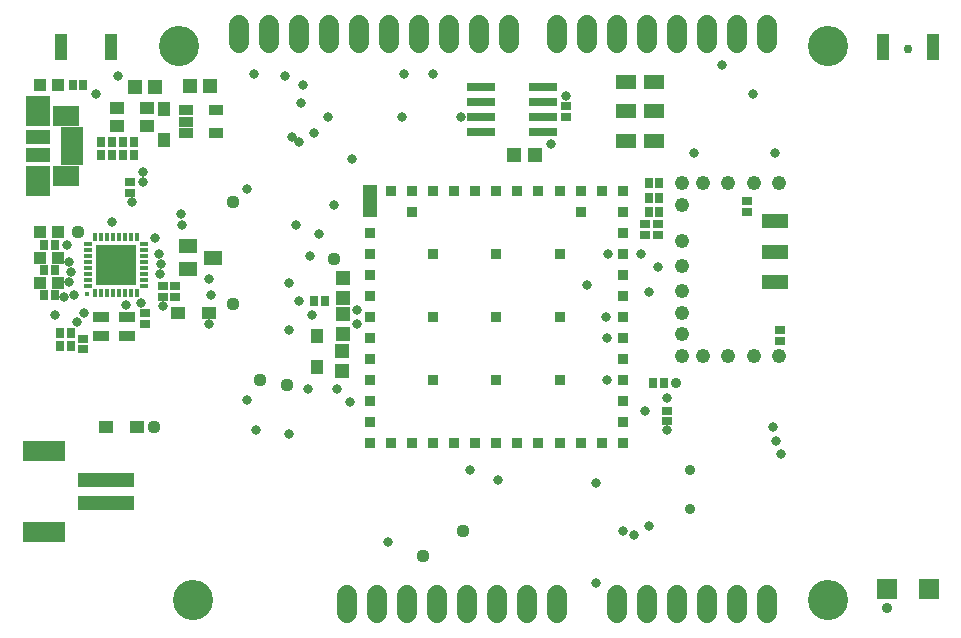
<source format=gts>
G75*
%MOIN*%
%OFA0B0*%
%FSLAX25Y25*%
%IPPOS*%
%LPD*%
%AMOC8*
5,1,8,0,0,1.08239X$1,22.5*
%
%ADD10R,0.08674X0.05131*%
%ADD11R,0.05131X0.04737*%
%ADD12R,0.02600X0.03800*%
%ADD13R,0.03800X0.02600*%
%ADD14R,0.04619X0.10603*%
%ADD15R,0.03595X0.03595*%
%ADD16R,0.04737X0.05131*%
%ADD17R,0.04698X0.03517*%
%ADD18R,0.03950X0.03950*%
%ADD19R,0.03950X0.04737*%
%ADD20R,0.03950X0.08674*%
%ADD21C,0.06737*%
%ADD22C,0.13398*%
%ADD23R,0.13780X0.13780*%
%ADD24R,0.01378X0.02953*%
%ADD25R,0.02953X0.01378*%
%ADD26R,0.01784X0.01784*%
%ADD27R,0.05800X0.03300*%
%ADD28R,0.07493X0.02572*%
%ADD29R,0.09068X0.06607*%
%ADD30R,0.08280X0.10150*%
%ADD31R,0.08268X0.04528*%
%ADD32R,0.04737X0.03950*%
%ADD33R,0.06312X0.04737*%
%ADD34R,0.06706X0.06706*%
%ADD35R,0.09461X0.03162*%
%ADD36R,0.18910X0.04737*%
%ADD37R,0.14186X0.07099*%
%ADD38R,0.07099X0.04737*%
%ADD39C,0.03200*%
%ADD40C,0.04000*%
%ADD41C,0.04400*%
%ADD42C,0.03000*%
%ADD43C,0.04762*%
%ADD44C,0.03600*%
D10*
X0279848Y0133561D03*
X0279848Y0143600D03*
X0279848Y0153639D03*
D11*
X0135648Y0134822D03*
X0135648Y0128129D03*
X0135598Y0122846D03*
X0135598Y0116154D03*
X0135548Y0110546D03*
X0135548Y0103854D03*
D12*
X0129648Y0127200D03*
X0126048Y0127200D03*
X0066048Y0175800D03*
X0062448Y0175800D03*
X0058848Y0175800D03*
X0055248Y0175800D03*
X0055248Y0180000D03*
X0058848Y0180000D03*
X0062448Y0180000D03*
X0066048Y0180000D03*
X0049248Y0199000D03*
X0045648Y0199000D03*
X0039648Y0145800D03*
X0036048Y0145800D03*
X0036048Y0137400D03*
X0039648Y0137400D03*
X0039648Y0129000D03*
X0036048Y0129000D03*
X0041448Y0116400D03*
X0045048Y0116400D03*
X0045048Y0112200D03*
X0041448Y0112200D03*
X0237648Y0156800D03*
X0241248Y0156800D03*
X0241248Y0161600D03*
X0237648Y0161600D03*
X0237648Y0166400D03*
X0241248Y0166400D03*
X0242698Y0099775D03*
X0239098Y0099775D03*
D13*
X0243648Y0090600D03*
X0243648Y0087000D03*
X0281448Y0113800D03*
X0281448Y0117400D03*
X0240711Y0149200D03*
X0236448Y0149200D03*
X0236448Y0152800D03*
X0240711Y0152800D03*
X0270448Y0156800D03*
X0270448Y0160400D03*
X0210048Y0188400D03*
X0210048Y0192000D03*
X0079848Y0132000D03*
X0079848Y0128400D03*
X0075648Y0128400D03*
X0075648Y0132000D03*
X0069648Y0123000D03*
X0069648Y0119400D03*
X0049248Y0114600D03*
X0049248Y0111000D03*
X0064848Y0163200D03*
X0064848Y0166800D03*
D14*
X0144848Y0160400D03*
D15*
X0151856Y0163904D03*
X0158864Y0163904D03*
X0165872Y0163904D03*
X0172879Y0163904D03*
X0179887Y0163904D03*
X0186895Y0163904D03*
X0193903Y0163904D03*
X0200911Y0163904D03*
X0207919Y0163904D03*
X0214927Y0163904D03*
X0221935Y0163904D03*
X0228942Y0163904D03*
X0228942Y0156896D03*
X0228942Y0149888D03*
X0228942Y0142880D03*
X0228942Y0135872D03*
X0228942Y0128865D03*
X0228942Y0121857D03*
X0228942Y0114849D03*
X0228942Y0107841D03*
X0228942Y0100833D03*
X0228942Y0093825D03*
X0228942Y0086817D03*
X0228942Y0079809D03*
X0221935Y0079809D03*
X0214927Y0079809D03*
X0207919Y0079809D03*
X0200911Y0079809D03*
X0193903Y0079809D03*
X0186895Y0079809D03*
X0179887Y0079809D03*
X0172879Y0079809D03*
X0165872Y0079809D03*
X0158864Y0079809D03*
X0151856Y0079809D03*
X0144848Y0079809D03*
X0144848Y0086817D03*
X0144848Y0093825D03*
X0144848Y0100833D03*
X0144848Y0107841D03*
X0144848Y0114849D03*
X0144848Y0121857D03*
X0144848Y0128865D03*
X0144848Y0135872D03*
X0144848Y0142880D03*
X0144848Y0149888D03*
X0158864Y0156896D03*
X0165872Y0142880D03*
X0186895Y0142880D03*
X0207919Y0142880D03*
X0214927Y0156896D03*
X0207919Y0121857D03*
X0186895Y0121857D03*
X0165872Y0121857D03*
X0165872Y0100833D03*
X0186895Y0100833D03*
X0207919Y0100833D03*
D16*
X0199594Y0175800D03*
X0192901Y0175800D03*
X0091294Y0198700D03*
X0084601Y0198700D03*
X0072994Y0198600D03*
X0066301Y0198600D03*
D17*
X0083269Y0190640D03*
X0083269Y0186900D03*
X0083269Y0183160D03*
X0093466Y0183160D03*
X0093466Y0190640D03*
D18*
X0040801Y0199000D03*
X0034895Y0199000D03*
X0034895Y0150000D03*
X0040801Y0150000D03*
X0040801Y0141600D03*
X0034895Y0141600D03*
X0034895Y0133200D03*
X0040801Y0133200D03*
D19*
X0076248Y0180882D03*
X0076248Y0191118D03*
X0127248Y0115518D03*
X0127248Y0105282D03*
D20*
X0058416Y0211800D03*
X0041880Y0211800D03*
X0315780Y0211800D03*
X0332316Y0211800D03*
D21*
X0277048Y0213231D02*
X0277048Y0219169D01*
X0267048Y0219169D02*
X0267048Y0213231D01*
X0257048Y0213231D02*
X0257048Y0219169D01*
X0247048Y0219169D02*
X0247048Y0213231D01*
X0237048Y0213231D02*
X0237048Y0219169D01*
X0227048Y0219169D02*
X0227048Y0213231D01*
X0217048Y0213231D02*
X0217048Y0219169D01*
X0207048Y0219169D02*
X0207048Y0213231D01*
X0191048Y0213231D02*
X0191048Y0219169D01*
X0181048Y0219169D02*
X0181048Y0213231D01*
X0171048Y0213231D02*
X0171048Y0219169D01*
X0161048Y0219169D02*
X0161048Y0213231D01*
X0151048Y0213231D02*
X0151048Y0219169D01*
X0141048Y0219169D02*
X0141048Y0213231D01*
X0131048Y0213231D02*
X0131048Y0219169D01*
X0121048Y0219169D02*
X0121048Y0213231D01*
X0111048Y0213231D02*
X0111048Y0219169D01*
X0101048Y0219169D02*
X0101048Y0213231D01*
X0137048Y0029169D02*
X0137048Y0023231D01*
X0147048Y0023231D02*
X0147048Y0029169D01*
X0157048Y0029169D02*
X0157048Y0023231D01*
X0167048Y0023231D02*
X0167048Y0029169D01*
X0177048Y0029169D02*
X0177048Y0023231D01*
X0187048Y0023231D02*
X0187048Y0029169D01*
X0197048Y0029169D02*
X0197048Y0023231D01*
X0207048Y0023231D02*
X0207048Y0029169D01*
X0227048Y0029169D02*
X0227048Y0023231D01*
X0237048Y0023231D02*
X0237048Y0029169D01*
X0247048Y0029169D02*
X0247048Y0023231D01*
X0257048Y0023231D02*
X0257048Y0029169D01*
X0267048Y0029169D02*
X0267048Y0023231D01*
X0277048Y0023231D02*
X0277048Y0029169D01*
D22*
X0297348Y0027300D03*
X0085898Y0027300D03*
X0081098Y0212100D03*
X0297348Y0212100D03*
D23*
X0060048Y0139100D03*
D24*
X0061032Y0129848D03*
X0059064Y0129848D03*
X0057095Y0129848D03*
X0055127Y0129848D03*
X0053158Y0129848D03*
X0063001Y0129848D03*
X0064969Y0129848D03*
X0066938Y0129848D03*
X0066938Y0148352D03*
X0064969Y0148352D03*
X0063001Y0148352D03*
X0061032Y0148352D03*
X0059064Y0148352D03*
X0057095Y0148352D03*
X0055127Y0148352D03*
X0053158Y0148352D03*
D25*
X0050796Y0145990D03*
X0050796Y0144021D03*
X0050796Y0142053D03*
X0050796Y0140084D03*
X0050796Y0138116D03*
X0050796Y0136147D03*
X0050796Y0134179D03*
X0050796Y0132210D03*
X0069300Y0132210D03*
X0069300Y0134179D03*
X0069300Y0136147D03*
X0069300Y0138116D03*
X0069300Y0140084D03*
X0069300Y0142053D03*
X0069300Y0144021D03*
X0069300Y0145990D03*
D26*
X0050540Y0129592D03*
D27*
X0055148Y0121900D03*
X0063748Y0121900D03*
X0063748Y0115300D03*
X0055148Y0115300D03*
D28*
X0045272Y0173682D03*
X0045272Y0176241D03*
X0045272Y0178800D03*
X0045272Y0181359D03*
X0045272Y0183918D03*
D29*
X0043303Y0188643D03*
X0043303Y0168957D03*
D30*
X0034248Y0167186D03*
X0034248Y0190414D03*
D31*
X0034248Y0181851D03*
X0034248Y0175749D03*
D32*
X0060330Y0185400D03*
X0060330Y0191400D03*
X0070566Y0191400D03*
X0070566Y0185400D03*
X0080730Y0123000D03*
X0090966Y0123000D03*
X0066966Y0085200D03*
X0056730Y0085200D03*
D33*
X0083917Y0137860D03*
X0092579Y0141600D03*
X0083917Y0145340D03*
D34*
X0317158Y0030975D03*
X0330938Y0030975D03*
D35*
X0202284Y0183300D03*
X0202284Y0188300D03*
X0202284Y0193300D03*
X0202284Y0198300D03*
X0181812Y0198300D03*
X0181812Y0193300D03*
X0181812Y0188300D03*
X0181812Y0183300D03*
D36*
X0056615Y0067537D03*
X0056615Y0059663D03*
D37*
X0036142Y0050214D03*
X0036142Y0076986D03*
D38*
X0229999Y0180600D03*
X0239448Y0180600D03*
X0239448Y0190443D03*
X0229999Y0190443D03*
X0229999Y0200285D03*
X0239448Y0200285D03*
D39*
X0262248Y0205800D03*
X0272448Y0196200D03*
X0279648Y0176400D03*
X0252648Y0176400D03*
X0210048Y0195600D03*
X0205248Y0179400D03*
X0175248Y0188400D03*
X0165648Y0202800D03*
X0156048Y0202800D03*
X0155448Y0188400D03*
X0138648Y0174600D03*
X0126048Y0183000D03*
X0121248Y0180000D03*
X0118848Y0181800D03*
X0130848Y0188400D03*
X0121848Y0193200D03*
X0122448Y0199200D03*
X0116448Y0202200D03*
X0106248Y0202800D03*
X0060648Y0202200D03*
X0053448Y0196200D03*
X0069071Y0170181D03*
X0069048Y0166800D03*
X0065448Y0160200D03*
X0058848Y0153600D03*
X0073248Y0148200D03*
X0074448Y0142800D03*
X0074982Y0139355D03*
X0074808Y0136200D03*
X0068356Y0126322D03*
X0063249Y0125843D03*
X0075648Y0125400D03*
X0091848Y0129000D03*
X0091248Y0134400D03*
X0091248Y0119400D03*
X0117648Y0117600D03*
X0125448Y0122400D03*
X0121248Y0127200D03*
X0117648Y0133200D03*
X0124848Y0142200D03*
X0127848Y0149400D03*
X0120048Y0152400D03*
X0132648Y0159000D03*
X0103848Y0164400D03*
X0081648Y0156000D03*
X0082248Y0152400D03*
X0043848Y0145800D03*
X0044448Y0139995D03*
X0045071Y0136731D03*
X0044555Y0133523D03*
X0046230Y0129203D03*
X0042771Y0128569D03*
X0039648Y0122400D03*
X0047238Y0120259D03*
X0049276Y0123006D03*
X0103848Y0094200D03*
X0106848Y0084000D03*
X0117648Y0082800D03*
X0138048Y0093600D03*
X0133848Y0097800D03*
X0124248Y0097800D03*
X0140448Y0119400D03*
X0140448Y0124200D03*
X0217248Y0132600D03*
X0223448Y0121800D03*
X0223648Y0114800D03*
X0223848Y0100800D03*
X0236448Y0090600D03*
X0243648Y0094800D03*
X0243648Y0084000D03*
X0220248Y0066600D03*
X0229248Y0050400D03*
X0232848Y0049200D03*
X0237648Y0052200D03*
X0220248Y0033000D03*
X0187491Y0067453D03*
X0178248Y0070800D03*
X0150648Y0046800D03*
X0237648Y0130200D03*
X0240648Y0138600D03*
X0235248Y0142800D03*
X0224161Y0142804D03*
X0279048Y0085200D03*
X0280248Y0080400D03*
X0281673Y0076275D03*
D40*
X0060048Y0139100D03*
D41*
X0047448Y0150000D03*
X0099048Y0160200D03*
X0132648Y0141000D03*
X0099048Y0126000D03*
X0108048Y0100800D03*
X0117048Y0099000D03*
X0072648Y0085200D03*
X0162259Y0042000D03*
X0175848Y0050400D03*
D42*
X0324048Y0211200D03*
D43*
X0281048Y0166400D03*
X0272648Y0166400D03*
X0264248Y0166400D03*
X0255848Y0166400D03*
X0248648Y0166400D03*
X0248648Y0159200D03*
X0248648Y0147200D03*
X0248648Y0138800D03*
X0248648Y0130400D03*
X0248648Y0123200D03*
X0248648Y0116000D03*
X0248648Y0108800D03*
X0255848Y0108800D03*
X0264248Y0108800D03*
X0272648Y0108800D03*
X0281048Y0108800D03*
D44*
X0246798Y0099750D03*
X0251523Y0070875D03*
X0251373Y0057675D03*
X0316981Y0024881D03*
M02*

</source>
